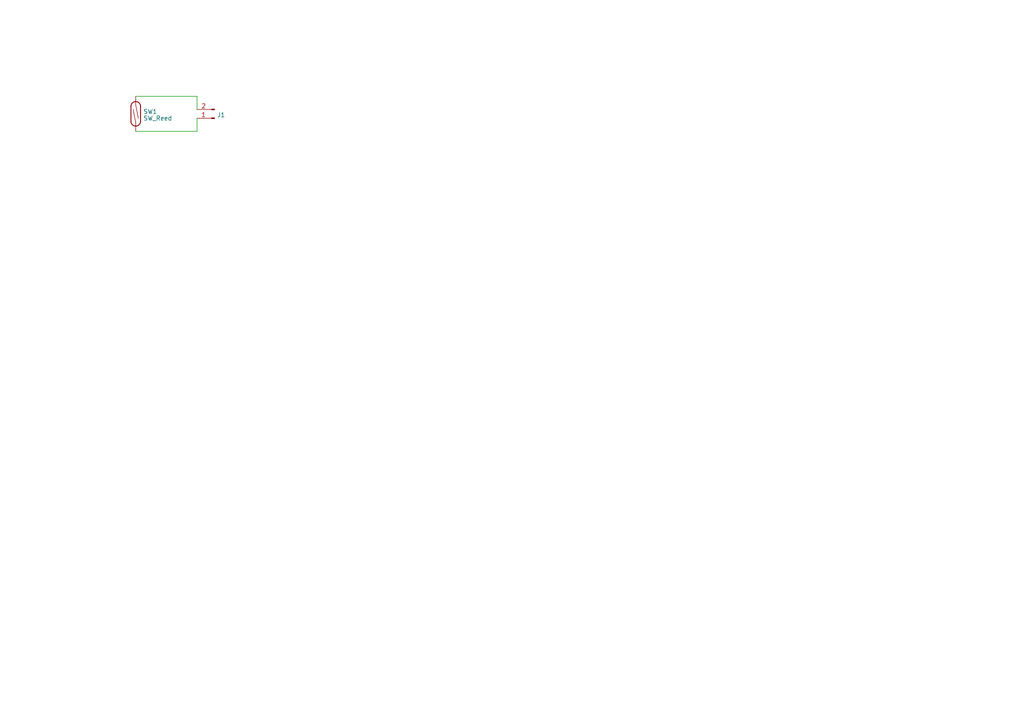
<source format=kicad_sch>
(kicad_sch (version 20230121) (generator eeschema)
  (paper "A4")
  (lib_symbols
    (symbol "Connector:Conn_01x02_Pin" (pin_names (offset 1.016) hide)
      (property "Reference" "J" (at 0 2.54 0))
      (property "Value" "Conn_01x02_Pin" (at 0 -5.08 0))
      (symbol "Conn_01x02_Pin_1_1"
        (polyline (pts (xy 1.27 -2.54) (xy 0.8636 -2.54)) (stroke (width 0.1524)))
        (polyline (pts (xy 1.27 0) (xy 0.8636 0)) (stroke (width 0.1524)))
        (rectangle (start 0.8636 -2.413) (end 0 -2.667) (stroke (width 0.1524)) (fill (type outline)))
        (rectangle (start 0.8636 0.127) (end 0 -0.127) (stroke (width 0.1524)) (fill (type outline)))
        (pin passive line (at 5.08 0 180) (length 3.81) (name "Pin_1") (number "1"))
        (pin passive line (at 5.08 -2.54 180) (length 3.81) (name "Pin_2") (number "2"))
      )
    )
    (symbol "Switch:SW_Reed" (pin_numbers hide) (pin_names (offset 0) hide)
      (property "Reference" "SW" (at 0 2.54 0))
      (property "Value" "SW_Reed" (at 0 -2.54 0))
      (symbol "SW_Reed_0_0"
        (arc (start -2.159 1.397) (mid -3.55 0) (end -2.159 -1.397) (stroke (width 0.254)))
        (polyline (pts (xy -2.54 0) (xy 1.27 0.762)))
        (polyline (pts (xy -2.159 -1.397) (xy 2.286 -1.397)) (stroke (width 0.254)))
        (polyline (pts (xy 2.159 1.397) (xy -2.159 1.397)) (stroke (width 0.254)))
        (polyline (pts (xy 2.54 0) (xy -1.27 -0.762)))
        (arc (start 2.159 -1.397) (mid 3.55 0) (end 2.159 1.397) (stroke (width 0.254)))
      )
      (symbol "SW_Reed_1_1"
        (pin passive line (at -5.08 0 0) (length 2.54) (name "1") (number "1"))
        (pin passive line (at 5.08 0 180) (length 2.54) (name "2") (number "2"))
      )
    )
  )
  (wire (pts (xy 57.15 34.29) (xy 57.15 38.1)))
  (wire (pts (xy 57.15 31.75) (xy 57.15 27.94)))
  (wire (pts (xy 57.15 38.1) (xy 39.37 38.1)))
  (wire (pts (xy 57.15 27.94) (xy 39.37 27.94)))
  (symbol (lib_id "Connector:Conn_01x02_Pin") (at 62.23 34.29 180) (unit 1)
    (property "Reference" "J1" (at 62.9412 33.3368 0) (effects (justify right)))
    (property "Value" "Conn_01x02_Pin" (effects hide))
    (property "Footprint" "Library:edge-connector" (effects hide))
  )
  (symbol (lib_id "Switch:SW_Reed") (at 39.37 33.02 90) (unit 1)
    (property "Reference" "SW1" (at 41.529 32.3763 90) (effects (justify right)))
    (property "Value" "SW_Reed" (at 41.529 34.2973 90) (effects (justify right)))
    (property "Footprint" "Library:reed-switch" (effects hide))
  )
)
</source>
